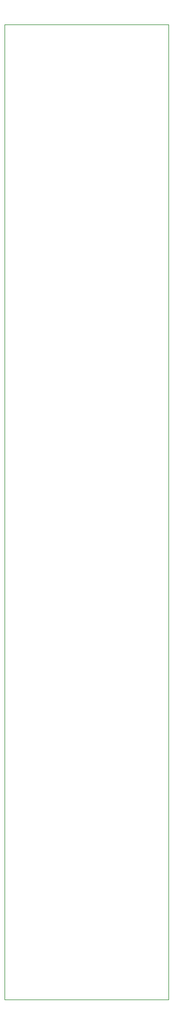
<source format=gm1>
G04 #@! TF.GenerationSoftware,KiCad,Pcbnew,7.0.10-7.0.10~ubuntu22.04.1*
G04 #@! TF.CreationDate,2024-01-30T11:00:35+01:00*
G04 #@! TF.ProjectId,rocketry_circuit,726f636b-6574-4727-995f-636972637569,rev?*
G04 #@! TF.SameCoordinates,Original*
G04 #@! TF.FileFunction,Profile,NP*
%FSLAX46Y46*%
G04 Gerber Fmt 4.6, Leading zero omitted, Abs format (unit mm)*
G04 Created by KiCad (PCBNEW 7.0.10-7.0.10~ubuntu22.04.1) date 2024-01-30 11:00:35*
%MOMM*%
%LPD*%
G01*
G04 APERTURE LIST*
G04 #@! TA.AperFunction,Profile*
%ADD10C,0.100000*%
G04 #@! TD*
G04 APERTURE END LIST*
D10*
X12000000Y-12000000D02*
X36500000Y-12000000D01*
X36500000Y-157000000D01*
X12000000Y-157000000D01*
X12000000Y-12000000D01*
M02*

</source>
